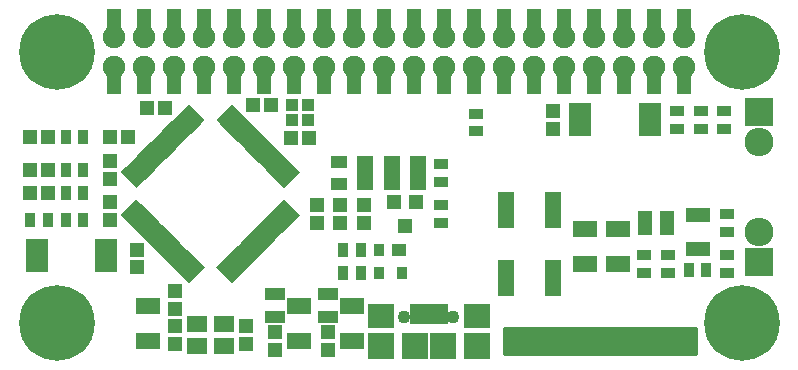
<source format=gts>
G04 #@! TF.FileFunction,Soldermask,Top*
%FSLAX46Y46*%
G04 Gerber Fmt 4.6, Leading zero omitted, Abs format (unit mm)*
G04 Created by KiCad (PCBNEW 4.0.0-stable) date Wednesday, July 20, 2016 'PMt' 02:43:05 PM*
%MOMM*%
G01*
G04 APERTURE LIST*
%ADD10C,0.100000*%
%ADD11R,1.300000X1.000000*%
%ADD12R,0.900000X1.000000*%
%ADD13R,1.850000X0.850000*%
%ADD14C,6.400000*%
%ADD15R,1.700000X1.100000*%
%ADD16R,1.400000X3.150000*%
%ADD17R,0.900000X1.300000*%
%ADD18R,1.000000X1.100000*%
%ADD19R,1.150000X1.200000*%
%ADD20R,1.300000X0.900000*%
%ADD21R,2.432000X2.432000*%
%ADD22O,2.432000X2.432000*%
%ADD23R,1.460000X1.050000*%
%ADD24R,1.197560X1.197560*%
%ADD25R,1.200100X1.200100*%
%ADD26R,1.700000X1.450000*%
%ADD27R,1.149300X0.798780*%
%ADD28R,2.100000X1.300000*%
%ADD29R,1.200000X1.150000*%
%ADD30R,0.800000X1.750000*%
%ADD31R,2.200000X2.300000*%
%ADD32C,1.100000*%
%ADD33R,2.200000X2.000000*%
%ADD34R,2.000000X1.400000*%
%ADD35R,1.289000X2.080000*%
%ADD36C,1.900000*%
%ADD37C,0.254000*%
G04 APERTURE END LIST*
D10*
G36*
X18798097Y7393577D02*
X18303122Y6898602D01*
X16959619Y8242105D01*
X17454594Y8737080D01*
X18798097Y7393577D01*
X18798097Y7393577D01*
G37*
G36*
X19151651Y7747130D02*
X18656676Y7252155D01*
X17313173Y8595658D01*
X17808148Y9090633D01*
X19151651Y7747130D01*
X19151651Y7747130D01*
G37*
G36*
X19505204Y8100684D02*
X19010229Y7605709D01*
X17666726Y8949212D01*
X18161701Y9444187D01*
X19505204Y8100684D01*
X19505204Y8100684D01*
G37*
G36*
X19858757Y8454237D02*
X19363782Y7959262D01*
X18020279Y9302765D01*
X18515254Y9797740D01*
X19858757Y8454237D01*
X19858757Y8454237D01*
G37*
G36*
X20212311Y8807790D02*
X19717336Y8312815D01*
X18373833Y9656318D01*
X18868808Y10151293D01*
X20212311Y8807790D01*
X20212311Y8807790D01*
G37*
G36*
X20565864Y9161344D02*
X20070889Y8666369D01*
X18727386Y10009872D01*
X19222361Y10504847D01*
X20565864Y9161344D01*
X20565864Y9161344D01*
G37*
G36*
X20919418Y9514897D02*
X20424443Y9019922D01*
X19080940Y10363425D01*
X19575915Y10858400D01*
X20919418Y9514897D01*
X20919418Y9514897D01*
G37*
G36*
X21272971Y9868451D02*
X20777996Y9373476D01*
X19434493Y10716979D01*
X19929468Y11211954D01*
X21272971Y9868451D01*
X21272971Y9868451D01*
G37*
G36*
X21626524Y10222004D02*
X21131549Y9727029D01*
X19788046Y11070532D01*
X20283021Y11565507D01*
X21626524Y10222004D01*
X21626524Y10222004D01*
G37*
G36*
X21980078Y10575557D02*
X21485103Y10080582D01*
X20141600Y11424085D01*
X20636575Y11919060D01*
X21980078Y10575557D01*
X21980078Y10575557D01*
G37*
G36*
X22333631Y10929111D02*
X21838656Y10434136D01*
X20495153Y11777639D01*
X20990128Y12272614D01*
X22333631Y10929111D01*
X22333631Y10929111D01*
G37*
G36*
X22687185Y11282664D02*
X22192210Y10787689D01*
X20848707Y12131192D01*
X21343682Y12626167D01*
X22687185Y11282664D01*
X22687185Y11282664D01*
G37*
G36*
X23040738Y11636218D02*
X22545763Y11141243D01*
X21202260Y12484746D01*
X21697235Y12979721D01*
X23040738Y11636218D01*
X23040738Y11636218D01*
G37*
G36*
X23394291Y11989771D02*
X22899316Y11494796D01*
X21555813Y12838299D01*
X22050788Y13333274D01*
X23394291Y11989771D01*
X23394291Y11989771D01*
G37*
G36*
X23747845Y12343324D02*
X23252870Y11848349D01*
X21909367Y13191852D01*
X22404342Y13686827D01*
X23747845Y12343324D01*
X23747845Y12343324D01*
G37*
G36*
X24101398Y12696878D02*
X23606423Y12201903D01*
X22262920Y13545406D01*
X22757895Y14040381D01*
X24101398Y12696878D01*
X24101398Y12696878D01*
G37*
G36*
X23606423Y16798097D02*
X24101398Y16303122D01*
X22757895Y14959619D01*
X22262920Y15454594D01*
X23606423Y16798097D01*
X23606423Y16798097D01*
G37*
G36*
X23252870Y17151651D02*
X23747845Y16656676D01*
X22404342Y15313173D01*
X21909367Y15808148D01*
X23252870Y17151651D01*
X23252870Y17151651D01*
G37*
G36*
X22899316Y17505204D02*
X23394291Y17010229D01*
X22050788Y15666726D01*
X21555813Y16161701D01*
X22899316Y17505204D01*
X22899316Y17505204D01*
G37*
G36*
X22545763Y17858757D02*
X23040738Y17363782D01*
X21697235Y16020279D01*
X21202260Y16515254D01*
X22545763Y17858757D01*
X22545763Y17858757D01*
G37*
G36*
X22192210Y18212311D02*
X22687185Y17717336D01*
X21343682Y16373833D01*
X20848707Y16868808D01*
X22192210Y18212311D01*
X22192210Y18212311D01*
G37*
G36*
X21838656Y18565864D02*
X22333631Y18070889D01*
X20990128Y16727386D01*
X20495153Y17222361D01*
X21838656Y18565864D01*
X21838656Y18565864D01*
G37*
G36*
X21485103Y18919418D02*
X21980078Y18424443D01*
X20636575Y17080940D01*
X20141600Y17575915D01*
X21485103Y18919418D01*
X21485103Y18919418D01*
G37*
G36*
X21131549Y19272971D02*
X21626524Y18777996D01*
X20283021Y17434493D01*
X19788046Y17929468D01*
X21131549Y19272971D01*
X21131549Y19272971D01*
G37*
G36*
X20777996Y19626524D02*
X21272971Y19131549D01*
X19929468Y17788046D01*
X19434493Y18283021D01*
X20777996Y19626524D01*
X20777996Y19626524D01*
G37*
G36*
X20424443Y19980078D02*
X20919418Y19485103D01*
X19575915Y18141600D01*
X19080940Y18636575D01*
X20424443Y19980078D01*
X20424443Y19980078D01*
G37*
G36*
X20070889Y20333631D02*
X20565864Y19838656D01*
X19222361Y18495153D01*
X18727386Y18990128D01*
X20070889Y20333631D01*
X20070889Y20333631D01*
G37*
G36*
X19717336Y20687185D02*
X20212311Y20192210D01*
X18868808Y18848707D01*
X18373833Y19343682D01*
X19717336Y20687185D01*
X19717336Y20687185D01*
G37*
G36*
X19363782Y21040738D02*
X19858757Y20545763D01*
X18515254Y19202260D01*
X18020279Y19697235D01*
X19363782Y21040738D01*
X19363782Y21040738D01*
G37*
G36*
X19010229Y21394291D02*
X19505204Y20899316D01*
X18161701Y19555813D01*
X17666726Y20050788D01*
X19010229Y21394291D01*
X19010229Y21394291D01*
G37*
G36*
X18656676Y21747845D02*
X19151651Y21252870D01*
X17808148Y19909367D01*
X17313173Y20404342D01*
X18656676Y21747845D01*
X18656676Y21747845D01*
G37*
G36*
X18303122Y22101398D02*
X18798097Y21606423D01*
X17454594Y20262920D01*
X16959619Y20757895D01*
X18303122Y22101398D01*
X18303122Y22101398D01*
G37*
G36*
X16040381Y20757895D02*
X15545406Y20262920D01*
X14201903Y21606423D01*
X14696878Y22101398D01*
X16040381Y20757895D01*
X16040381Y20757895D01*
G37*
G36*
X15686827Y20404342D02*
X15191852Y19909367D01*
X13848349Y21252870D01*
X14343324Y21747845D01*
X15686827Y20404342D01*
X15686827Y20404342D01*
G37*
G36*
X15333274Y20050788D02*
X14838299Y19555813D01*
X13494796Y20899316D01*
X13989771Y21394291D01*
X15333274Y20050788D01*
X15333274Y20050788D01*
G37*
G36*
X14979721Y19697235D02*
X14484746Y19202260D01*
X13141243Y20545763D01*
X13636218Y21040738D01*
X14979721Y19697235D01*
X14979721Y19697235D01*
G37*
G36*
X14626167Y19343682D02*
X14131192Y18848707D01*
X12787689Y20192210D01*
X13282664Y20687185D01*
X14626167Y19343682D01*
X14626167Y19343682D01*
G37*
G36*
X14272614Y18990128D02*
X13777639Y18495153D01*
X12434136Y19838656D01*
X12929111Y20333631D01*
X14272614Y18990128D01*
X14272614Y18990128D01*
G37*
G36*
X13919060Y18636575D02*
X13424085Y18141600D01*
X12080582Y19485103D01*
X12575557Y19980078D01*
X13919060Y18636575D01*
X13919060Y18636575D01*
G37*
G36*
X13565507Y18283021D02*
X13070532Y17788046D01*
X11727029Y19131549D01*
X12222004Y19626524D01*
X13565507Y18283021D01*
X13565507Y18283021D01*
G37*
G36*
X13211954Y17929468D02*
X12716979Y17434493D01*
X11373476Y18777996D01*
X11868451Y19272971D01*
X13211954Y17929468D01*
X13211954Y17929468D01*
G37*
G36*
X12858400Y17575915D02*
X12363425Y17080940D01*
X11019922Y18424443D01*
X11514897Y18919418D01*
X12858400Y17575915D01*
X12858400Y17575915D01*
G37*
G36*
X12504847Y17222361D02*
X12009872Y16727386D01*
X10666369Y18070889D01*
X11161344Y18565864D01*
X12504847Y17222361D01*
X12504847Y17222361D01*
G37*
G36*
X12151293Y16868808D02*
X11656318Y16373833D01*
X10312815Y17717336D01*
X10807790Y18212311D01*
X12151293Y16868808D01*
X12151293Y16868808D01*
G37*
G36*
X11797740Y16515254D02*
X11302765Y16020279D01*
X9959262Y17363782D01*
X10454237Y17858757D01*
X11797740Y16515254D01*
X11797740Y16515254D01*
G37*
G36*
X11444187Y16161701D02*
X10949212Y15666726D01*
X9605709Y17010229D01*
X10100684Y17505204D01*
X11444187Y16161701D01*
X11444187Y16161701D01*
G37*
G36*
X11090633Y15808148D02*
X10595658Y15313173D01*
X9252155Y16656676D01*
X9747130Y17151651D01*
X11090633Y15808148D01*
X11090633Y15808148D01*
G37*
G36*
X10737080Y15454594D02*
X10242105Y14959619D01*
X8898602Y16303122D01*
X9393577Y16798097D01*
X10737080Y15454594D01*
X10737080Y15454594D01*
G37*
G36*
X10242105Y14040381D02*
X10737080Y13545406D01*
X9393577Y12201903D01*
X8898602Y12696878D01*
X10242105Y14040381D01*
X10242105Y14040381D01*
G37*
G36*
X10595658Y13686827D02*
X11090633Y13191852D01*
X9747130Y11848349D01*
X9252155Y12343324D01*
X10595658Y13686827D01*
X10595658Y13686827D01*
G37*
G36*
X10949212Y13333274D02*
X11444187Y12838299D01*
X10100684Y11494796D01*
X9605709Y11989771D01*
X10949212Y13333274D01*
X10949212Y13333274D01*
G37*
G36*
X11302765Y12979721D02*
X11797740Y12484746D01*
X10454237Y11141243D01*
X9959262Y11636218D01*
X11302765Y12979721D01*
X11302765Y12979721D01*
G37*
G36*
X11656318Y12626167D02*
X12151293Y12131192D01*
X10807790Y10787689D01*
X10312815Y11282664D01*
X11656318Y12626167D01*
X11656318Y12626167D01*
G37*
G36*
X12009872Y12272614D02*
X12504847Y11777639D01*
X11161344Y10434136D01*
X10666369Y10929111D01*
X12009872Y12272614D01*
X12009872Y12272614D01*
G37*
G36*
X12363425Y11919060D02*
X12858400Y11424085D01*
X11514897Y10080582D01*
X11019922Y10575557D01*
X12363425Y11919060D01*
X12363425Y11919060D01*
G37*
G36*
X12716979Y11565507D02*
X13211954Y11070532D01*
X11868451Y9727029D01*
X11373476Y10222004D01*
X12716979Y11565507D01*
X12716979Y11565507D01*
G37*
G36*
X13070532Y11211954D02*
X13565507Y10716979D01*
X12222004Y9373476D01*
X11727029Y9868451D01*
X13070532Y11211954D01*
X13070532Y11211954D01*
G37*
G36*
X13424085Y10858400D02*
X13919060Y10363425D01*
X12575557Y9019922D01*
X12080582Y9514897D01*
X13424085Y10858400D01*
X13424085Y10858400D01*
G37*
G36*
X13777639Y10504847D02*
X14272614Y10009872D01*
X12929111Y8666369D01*
X12434136Y9161344D01*
X13777639Y10504847D01*
X13777639Y10504847D01*
G37*
G36*
X14131192Y10151293D02*
X14626167Y9656318D01*
X13282664Y8312815D01*
X12787689Y8807790D01*
X14131192Y10151293D01*
X14131192Y10151293D01*
G37*
G36*
X14484746Y9797740D02*
X14979721Y9302765D01*
X13636218Y7959262D01*
X13141243Y8454237D01*
X14484746Y9797740D01*
X14484746Y9797740D01*
G37*
G36*
X14838299Y9444187D02*
X15333274Y8949212D01*
X13989771Y7605709D01*
X13494796Y8100684D01*
X14838299Y9444187D01*
X14838299Y9444187D01*
G37*
G36*
X15191852Y9090633D02*
X15686827Y8595658D01*
X14343324Y7252155D01*
X13848349Y7747130D01*
X15191852Y9090633D01*
X15191852Y9090633D01*
G37*
G36*
X15545406Y8737080D02*
X16040381Y8242105D01*
X14696878Y6898602D01*
X14201903Y7393577D01*
X15545406Y8737080D01*
X15545406Y8737080D01*
G37*
D11*
X32500000Y9750000D03*
D12*
X30800000Y9750000D03*
X30800000Y7750000D03*
X32700000Y7750000D03*
D13*
X7700000Y8275000D03*
X7700000Y8925000D03*
X7700000Y9575000D03*
X7700000Y10225000D03*
X1800000Y10225000D03*
X1800000Y9575000D03*
X1800000Y8925000D03*
X1800000Y8275000D03*
D14*
X3500000Y3500000D03*
D15*
X26500000Y5950000D03*
X26500000Y4050000D03*
X22000000Y5950000D03*
X22000000Y4050000D03*
D16*
X41500000Y13125000D03*
X41500000Y7375000D03*
X45500000Y7375000D03*
X45500000Y13125000D03*
D17*
X58500000Y8000000D03*
X57000000Y8000000D03*
D18*
X24800000Y22000000D03*
X23400000Y22000000D03*
X24800000Y20700000D03*
X23400000Y20700000D03*
D19*
X45500000Y21500000D03*
X45500000Y20000000D03*
D20*
X58000000Y21500000D03*
X58000000Y20000000D03*
X60000000Y21500000D03*
X60000000Y20000000D03*
X56000000Y21500000D03*
X56000000Y20000000D03*
D21*
X62980000Y21420000D03*
D22*
X62980000Y18880000D03*
D23*
X29600000Y15300000D03*
X29600000Y16250000D03*
X29600000Y17200000D03*
X27400000Y17200000D03*
X27400000Y15300000D03*
D19*
X27500000Y13500000D03*
X27500000Y12000000D03*
X29500000Y13500000D03*
X29500000Y12000000D03*
D17*
X4250000Y19250000D03*
X5750000Y19250000D03*
D24*
X1250700Y19250000D03*
X2749300Y19250000D03*
D20*
X36000000Y13500000D03*
X36000000Y12000000D03*
X36000000Y15500000D03*
X36000000Y17000000D03*
D23*
X31900000Y17200000D03*
X31900000Y16250000D03*
X31900000Y15300000D03*
X34100000Y15300000D03*
X34100000Y17200000D03*
X34100000Y16250000D03*
D25*
X33950000Y13750760D03*
X32050000Y13750760D03*
X33000000Y11751780D03*
D26*
X15350000Y1575000D03*
X17650000Y1575000D03*
X17650000Y3425000D03*
X15350000Y3425000D03*
D27*
X55199960Y11349760D03*
X55199960Y12000000D03*
X55199960Y12650240D03*
X53300040Y12650240D03*
X53300040Y12000000D03*
X53300040Y11349760D03*
D17*
X27750000Y7750000D03*
X29250000Y7750000D03*
X4250000Y14500000D03*
X5750000Y14500000D03*
X4250000Y16500000D03*
X5750000Y16500000D03*
D20*
X60250000Y12750000D03*
X60250000Y11250000D03*
D28*
X57750000Y12700000D03*
X57750000Y9800000D03*
D20*
X60250000Y9250000D03*
X60250000Y7750000D03*
X39000000Y21250000D03*
X39000000Y19750000D03*
X55250000Y9250000D03*
X55250000Y7750000D03*
X53250000Y7750000D03*
X53250000Y9250000D03*
D17*
X4250000Y12250000D03*
X5750000Y12250000D03*
X1250000Y12250000D03*
X2750000Y12250000D03*
D14*
X3500000Y26500000D03*
X61500000Y26500000D03*
X61500000Y3500000D03*
D24*
X1250700Y14500000D03*
X2749300Y14500000D03*
X1250700Y16500000D03*
X2749300Y16500000D03*
D19*
X19500000Y3250000D03*
X19500000Y1750000D03*
X22000000Y2750000D03*
X22000000Y1250000D03*
X13500000Y1750000D03*
X13500000Y3250000D03*
X8000000Y15750000D03*
X8000000Y17250000D03*
X26500000Y2750000D03*
X26500000Y1250000D03*
X8000000Y12250000D03*
X8000000Y13750000D03*
X10250000Y9750000D03*
X10250000Y8250000D03*
D29*
X8000000Y19250000D03*
X9500000Y19250000D03*
D19*
X13500000Y6250000D03*
X13500000Y4750000D03*
D29*
X20150000Y22000000D03*
X21650000Y22000000D03*
X12650000Y21700000D03*
X11150000Y21700000D03*
X23350000Y19200000D03*
X24850000Y19200000D03*
D19*
X25500000Y12000000D03*
X25500000Y13500000D03*
D17*
X27750000Y9750000D03*
X29250000Y9750000D03*
D13*
X47800000Y21725000D03*
X47800000Y21075000D03*
X47800000Y20425000D03*
X47800000Y19775000D03*
X53700000Y19775000D03*
X53700000Y20425000D03*
X53700000Y21075000D03*
X53700000Y21725000D03*
D30*
X33699100Y4285389D03*
X34349100Y4285389D03*
X34999100Y4285389D03*
X35649100Y4285389D03*
X36299100Y4285389D03*
D31*
X30950000Y1572849D03*
X33800000Y1572849D03*
X36200000Y1572849D03*
X39050000Y1572849D03*
D32*
X37075000Y4022849D03*
X32925000Y4022849D03*
D33*
X39050000Y4122849D03*
X30950000Y4122849D03*
D34*
X51000000Y11500000D03*
X51000000Y8500000D03*
X48250000Y11500000D03*
X48250000Y8500000D03*
X28500000Y5000000D03*
X28500000Y2000000D03*
X11250000Y5000000D03*
X11250000Y2000000D03*
X24000000Y5000000D03*
X24000000Y2000000D03*
D21*
X62980000Y8720000D03*
D22*
X62980000Y11260000D03*
D35*
X8370000Y23920000D03*
X8370000Y29080000D03*
X10910000Y23920000D03*
X10910000Y29080000D03*
X13450000Y23920000D03*
X13450000Y29080000D03*
X15990000Y23920000D03*
X15990000Y29080000D03*
X18530000Y23920000D03*
X18530000Y29080000D03*
X21070000Y23920000D03*
X21070000Y29080000D03*
X23610000Y23920000D03*
X23610000Y29080000D03*
X26150000Y23920000D03*
X26150000Y29080000D03*
X28690000Y23920000D03*
X28690000Y29080000D03*
X31230000Y23920000D03*
X31230000Y29080000D03*
X33770000Y23920000D03*
X33770000Y29080000D03*
X36310000Y23920000D03*
X36310000Y29080000D03*
X38850000Y23920000D03*
X38850000Y29080000D03*
D36*
X8370000Y25230000D03*
X8370000Y27770000D03*
X10910000Y25230000D03*
X13450000Y25230000D03*
X15990000Y25230000D03*
X18530000Y25230000D03*
X21070000Y25230000D03*
X23610000Y25230000D03*
X26150000Y25230000D03*
X28690000Y25230000D03*
X31230000Y25230000D03*
X33770000Y25230000D03*
X36310000Y25230000D03*
X38850000Y25230000D03*
X10910000Y27770000D03*
X13450000Y27770000D03*
X15990000Y27770000D03*
X18530000Y27770000D03*
X21070000Y27770000D03*
X23610000Y27770000D03*
X26150000Y27770000D03*
X28690000Y27770000D03*
X31230000Y27770000D03*
X33770000Y27770000D03*
X36310000Y27770000D03*
X38850000Y27770000D03*
X41390000Y25230000D03*
X43930000Y25230000D03*
X46470000Y25230000D03*
X49010000Y25230000D03*
X51550000Y25230000D03*
X54090000Y25230000D03*
X56630000Y25230000D03*
X56630000Y27770000D03*
X54090000Y27770000D03*
X51550000Y27770000D03*
X49010000Y27770000D03*
X46470000Y27770000D03*
X43930000Y27770000D03*
X41390000Y27770000D03*
D35*
X41390000Y23920000D03*
X43930000Y23920000D03*
X46470000Y23920000D03*
X49010000Y23920000D03*
X51550000Y23920000D03*
X54090000Y23920000D03*
X56630000Y23920000D03*
X56630000Y29080000D03*
X54090000Y29080000D03*
X51550000Y29080000D03*
X49010000Y29080000D03*
X46470000Y29080000D03*
X43930000Y29080000D03*
X41390000Y29080000D03*
D37*
G36*
X57623000Y877000D02*
X41377000Y877000D01*
X41377000Y3123000D01*
X57623000Y3123000D01*
X57623000Y877000D01*
X57623000Y877000D01*
G37*
X57623000Y877000D02*
X41377000Y877000D01*
X41377000Y3123000D01*
X57623000Y3123000D01*
X57623000Y877000D01*
M02*

</source>
